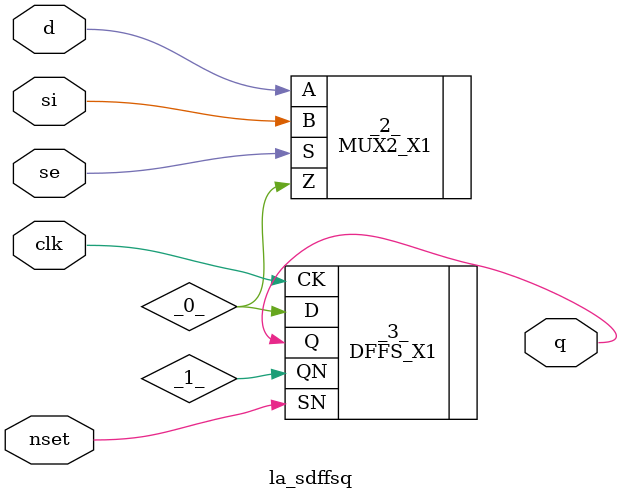
<source format=v>

/* Generated by Yosys 0.37 (git sha1 a5c7f69ed, clang 14.0.0-1ubuntu1.1 -fPIC -Os) */

module la_sdffsq(d, si, se, clk, nset, q);
  wire _0_;
  wire _1_;
  input clk;
  wire clk;
  input d;
  wire d;
  input nset;
  wire nset;
  output q;
  wire q;
  input se;
  wire se;
  input si;
  wire si;
  MUX2_X1 _2_ (
    .A(d),
    .B(si),
    .S(se),
    .Z(_0_)
  );
  DFFS_X1 _3_ (
    .CK(clk),
    .D(_0_),
    .Q(q),
    .QN(_1_),
    .SN(nset)
  );
endmodule

</source>
